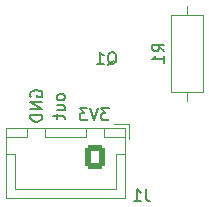
<source format=gbo>
G04 #@! TF.GenerationSoftware,KiCad,Pcbnew,6.0.4-6f826c9f35~116~ubuntu20.04.1*
G04 #@! TF.CreationDate,2022-05-16T21:54:43-06:00*
G04 #@! TF.ProjectId,phototransistor-circuit,70686f74-6f74-4726-916e-736973746f72,rev?*
G04 #@! TF.SameCoordinates,Original*
G04 #@! TF.FileFunction,Legend,Bot*
G04 #@! TF.FilePolarity,Positive*
%FSLAX46Y46*%
G04 Gerber Fmt 4.6, Leading zero omitted, Abs format (unit mm)*
G04 Created by KiCad (PCBNEW 6.0.4-6f826c9f35~116~ubuntu20.04.1) date 2022-05-16 21:54:43*
%MOMM*%
%LPD*%
G01*
G04 APERTURE LIST*
G04 Aperture macros list*
%AMRoundRect*
0 Rectangle with rounded corners*
0 $1 Rounding radius*
0 $2 $3 $4 $5 $6 $7 $8 $9 X,Y pos of 4 corners*
0 Add a 4 corners polygon primitive as box body*
4,1,4,$2,$3,$4,$5,$6,$7,$8,$9,$2,$3,0*
0 Add four circle primitives for the rounded corners*
1,1,$1+$1,$2,$3*
1,1,$1+$1,$4,$5*
1,1,$1+$1,$6,$7*
1,1,$1+$1,$8,$9*
0 Add four rect primitives between the rounded corners*
20,1,$1+$1,$2,$3,$4,$5,0*
20,1,$1+$1,$4,$5,$6,$7,0*
20,1,$1+$1,$6,$7,$8,$9,0*
20,1,$1+$1,$8,$9,$2,$3,0*%
G04 Aperture macros list end*
%ADD10C,0.150000*%
%ADD11C,0.120000*%
%ADD12C,1.000000*%
%ADD13C,3.200000*%
%ADD14RoundRect,0.250000X0.600000X0.725000X-0.600000X0.725000X-0.600000X-0.725000X0.600000X-0.725000X0*%
%ADD15O,1.700000X1.950000*%
%ADD16C,1.600000*%
%ADD17O,1.600000X1.600000*%
G04 APERTURE END LIST*
D10*
X85542380Y-79200476D02*
X85494761Y-79105238D01*
X85447142Y-79057619D01*
X85351904Y-79010000D01*
X85066190Y-79010000D01*
X84970952Y-79057619D01*
X84923333Y-79105238D01*
X84875714Y-79200476D01*
X84875714Y-79343333D01*
X84923333Y-79438571D01*
X84970952Y-79486190D01*
X85066190Y-79533809D01*
X85351904Y-79533809D01*
X85447142Y-79486190D01*
X85494761Y-79438571D01*
X85542380Y-79343333D01*
X85542380Y-79200476D01*
X84875714Y-80390952D02*
X85542380Y-80390952D01*
X84875714Y-79962380D02*
X85399523Y-79962380D01*
X85494761Y-80010000D01*
X85542380Y-80105238D01*
X85542380Y-80248095D01*
X85494761Y-80343333D01*
X85447142Y-80390952D01*
X84875714Y-80724285D02*
X84875714Y-81105238D01*
X84542380Y-80867142D02*
X85399523Y-80867142D01*
X85494761Y-80914761D01*
X85542380Y-81010000D01*
X85542380Y-81105238D01*
X89249095Y-80224380D02*
X88630047Y-80224380D01*
X88963380Y-80605333D01*
X88820523Y-80605333D01*
X88725285Y-80652952D01*
X88677666Y-80700571D01*
X88630047Y-80795809D01*
X88630047Y-81033904D01*
X88677666Y-81129142D01*
X88725285Y-81176761D01*
X88820523Y-81224380D01*
X89106238Y-81224380D01*
X89201476Y-81176761D01*
X89249095Y-81129142D01*
X88344333Y-80224380D02*
X88011000Y-81224380D01*
X87677666Y-80224380D01*
X87439571Y-80224380D02*
X86820523Y-80224380D01*
X87153857Y-80605333D01*
X87011000Y-80605333D01*
X86915761Y-80652952D01*
X86868142Y-80700571D01*
X86820523Y-80795809D01*
X86820523Y-81033904D01*
X86868142Y-81129142D01*
X86915761Y-81176761D01*
X87011000Y-81224380D01*
X87296714Y-81224380D01*
X87391952Y-81176761D01*
X87439571Y-81129142D01*
X82685000Y-79248095D02*
X82637380Y-79152857D01*
X82637380Y-79010000D01*
X82685000Y-78867142D01*
X82780238Y-78771904D01*
X82875476Y-78724285D01*
X83065952Y-78676666D01*
X83208809Y-78676666D01*
X83399285Y-78724285D01*
X83494523Y-78771904D01*
X83589761Y-78867142D01*
X83637380Y-79010000D01*
X83637380Y-79105238D01*
X83589761Y-79248095D01*
X83542142Y-79295714D01*
X83208809Y-79295714D01*
X83208809Y-79105238D01*
X83637380Y-79724285D02*
X82637380Y-79724285D01*
X83637380Y-80295714D01*
X82637380Y-80295714D01*
X83637380Y-80771904D02*
X82637380Y-80771904D01*
X82637380Y-81010000D01*
X82685000Y-81152857D01*
X82780238Y-81248095D01*
X82875476Y-81295714D01*
X83065952Y-81343333D01*
X83208809Y-81343333D01*
X83399285Y-81295714D01*
X83494523Y-81248095D01*
X83589761Y-81152857D01*
X83637380Y-81010000D01*
X83637380Y-80771904D01*
X89173038Y-76544419D02*
X89268276Y-76496800D01*
X89363514Y-76401561D01*
X89506371Y-76258704D01*
X89601609Y-76211085D01*
X89696847Y-76211085D01*
X89649228Y-76449180D02*
X89744466Y-76401561D01*
X89839704Y-76306323D01*
X89887323Y-76115847D01*
X89887323Y-75782514D01*
X89839704Y-75592038D01*
X89744466Y-75496800D01*
X89649228Y-75449180D01*
X89458752Y-75449180D01*
X89363514Y-75496800D01*
X89268276Y-75592038D01*
X89220657Y-75782514D01*
X89220657Y-76115847D01*
X89268276Y-76306323D01*
X89363514Y-76401561D01*
X89458752Y-76449180D01*
X89649228Y-76449180D01*
X88268276Y-76449180D02*
X88839704Y-76449180D01*
X88553990Y-76449180D02*
X88553990Y-75449180D01*
X88649228Y-75592038D01*
X88744466Y-75687276D01*
X88839704Y-75734895D01*
X92408333Y-87082380D02*
X92408333Y-87796666D01*
X92455952Y-87939523D01*
X92551190Y-88034761D01*
X92694047Y-88082380D01*
X92789285Y-88082380D01*
X91408333Y-88082380D02*
X91979761Y-88082380D01*
X91694047Y-88082380D02*
X91694047Y-87082380D01*
X91789285Y-87225238D01*
X91884523Y-87320476D01*
X91979761Y-87368095D01*
X93967380Y-75398333D02*
X93491190Y-75065000D01*
X93967380Y-74826904D02*
X92967380Y-74826904D01*
X92967380Y-75207857D01*
X93015000Y-75303095D01*
X93062619Y-75350714D01*
X93157857Y-75398333D01*
X93300714Y-75398333D01*
X93395952Y-75350714D01*
X93443571Y-75303095D01*
X93491190Y-75207857D01*
X93491190Y-74826904D01*
X93967380Y-76350714D02*
X93967380Y-75779285D01*
X93967380Y-76065000D02*
X92967380Y-76065000D01*
X93110238Y-75969761D01*
X93205476Y-75874523D01*
X93253095Y-75779285D01*
D11*
X81298000Y-84111000D02*
X81298000Y-87061000D01*
X90648000Y-84111000D02*
X89898000Y-84111000D01*
X88848000Y-81861000D02*
X90648000Y-81861000D01*
X89898000Y-84111000D02*
X89898000Y-87061000D01*
X80548000Y-84111000D02*
X81298000Y-84111000D01*
X87348000Y-82611000D02*
X83848000Y-82611000D01*
X87348000Y-81861000D02*
X87348000Y-82611000D01*
X90658000Y-87821000D02*
X80538000Y-87821000D01*
X80538000Y-87821000D02*
X80538000Y-81851000D01*
X80548000Y-81861000D02*
X82348000Y-81861000D01*
X81298000Y-87061000D02*
X85598000Y-87061000D01*
X80538000Y-81851000D02*
X90658000Y-81851000D01*
X88848000Y-82611000D02*
X88848000Y-81861000D01*
X83848000Y-81861000D02*
X87348000Y-81861000D01*
X90948000Y-81561000D02*
X90948000Y-82811000D01*
X89698000Y-81561000D02*
X90948000Y-81561000D01*
X82348000Y-81861000D02*
X82348000Y-82611000D01*
X82348000Y-82611000D02*
X80548000Y-82611000D01*
X89898000Y-87061000D02*
X85598000Y-87061000D01*
X80548000Y-82611000D02*
X80548000Y-81861000D01*
X90648000Y-81861000D02*
X90648000Y-82611000D01*
X90648000Y-82611000D02*
X88848000Y-82611000D01*
X83848000Y-82611000D02*
X83848000Y-81861000D01*
X90658000Y-81851000D02*
X90658000Y-87821000D01*
X95885000Y-79605000D02*
X95885000Y-78835000D01*
X94515000Y-72295000D02*
X97255000Y-72295000D01*
X95885000Y-71525000D02*
X95885000Y-72295000D01*
X94515000Y-78835000D02*
X94515000Y-72295000D01*
X97255000Y-72295000D02*
X97255000Y-78835000D01*
X97255000Y-78835000D02*
X94515000Y-78835000D01*
%LPC*%
D12*
X88130000Y-78740000D02*
G75*
G03*
X88130000Y-78740000I-500000J0D01*
G01*
X90670000Y-78740000D02*
G75*
G03*
X90670000Y-78740000I-500000J0D01*
G01*
D13*
X82931000Y-72136000D03*
X94869000Y-85344000D03*
D14*
X88098000Y-84311000D03*
D15*
X85598000Y-84311000D03*
X83098000Y-84311000D03*
D16*
X95885000Y-70485000D03*
D17*
X95885000Y-80645000D03*
M02*

</source>
